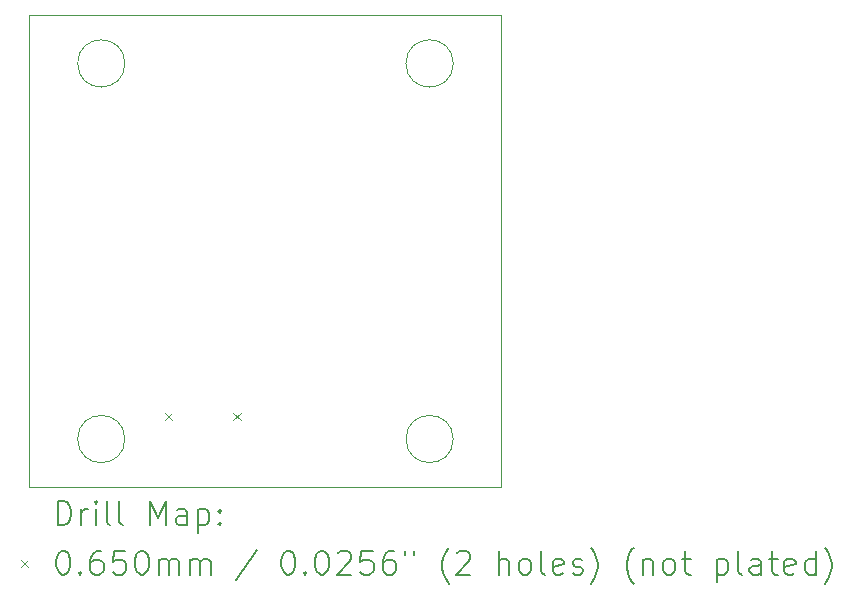
<source format=gbr>
%TF.GenerationSoftware,KiCad,Pcbnew,7.0.2*%
%TF.CreationDate,2023-07-30T21:57:49-04:00*%
%TF.ProjectId,OBC-Flight,4f42432d-466c-4696-9768-742e6b696361,rev?*%
%TF.SameCoordinates,Original*%
%TF.FileFunction,Drillmap*%
%TF.FilePolarity,Positive*%
%FSLAX45Y45*%
G04 Gerber Fmt 4.5, Leading zero omitted, Abs format (unit mm)*
G04 Created by KiCad (PCBNEW 7.0.2) date 2023-07-30 21:57:49*
%MOMM*%
%LPD*%
G01*
G04 APERTURE LIST*
%ADD10C,0.100000*%
%ADD11C,0.200000*%
%ADD12C,0.065000*%
G04 APERTURE END LIST*
D10*
X3630000Y-2740000D02*
G75*
G03*
X3630000Y-2740000I-200000J0D01*
G01*
X3630000Y-5920000D02*
G75*
G03*
X3630000Y-5920000I-200000J0D01*
G01*
X6410000Y-2740000D02*
G75*
G03*
X6410000Y-2740000I-200000J0D01*
G01*
X2818000Y-6330000D02*
X6818000Y-6330000D01*
X6410000Y-5920000D02*
G75*
G03*
X6410000Y-5920000I-200000J0D01*
G01*
X2818000Y-6330000D02*
X2818000Y-2330000D01*
X6818000Y-2330000D02*
X2818000Y-2330000D01*
X6818000Y-6330000D02*
X6818000Y-2330000D01*
D11*
D12*
X3966500Y-5696000D02*
X4031500Y-5761000D01*
X4031500Y-5696000D02*
X3966500Y-5761000D01*
X4544500Y-5696000D02*
X4609500Y-5761000D01*
X4609500Y-5696000D02*
X4544500Y-5761000D01*
D11*
X3060619Y-6647524D02*
X3060619Y-6447524D01*
X3060619Y-6447524D02*
X3108238Y-6447524D01*
X3108238Y-6447524D02*
X3136809Y-6457048D01*
X3136809Y-6457048D02*
X3155857Y-6476095D01*
X3155857Y-6476095D02*
X3165381Y-6495143D01*
X3165381Y-6495143D02*
X3174905Y-6533238D01*
X3174905Y-6533238D02*
X3174905Y-6561809D01*
X3174905Y-6561809D02*
X3165381Y-6599905D01*
X3165381Y-6599905D02*
X3155857Y-6618952D01*
X3155857Y-6618952D02*
X3136809Y-6638000D01*
X3136809Y-6638000D02*
X3108238Y-6647524D01*
X3108238Y-6647524D02*
X3060619Y-6647524D01*
X3260619Y-6647524D02*
X3260619Y-6514190D01*
X3260619Y-6552286D02*
X3270143Y-6533238D01*
X3270143Y-6533238D02*
X3279667Y-6523714D01*
X3279667Y-6523714D02*
X3298714Y-6514190D01*
X3298714Y-6514190D02*
X3317762Y-6514190D01*
X3384428Y-6647524D02*
X3384428Y-6514190D01*
X3384428Y-6447524D02*
X3374905Y-6457048D01*
X3374905Y-6457048D02*
X3384428Y-6466571D01*
X3384428Y-6466571D02*
X3393952Y-6457048D01*
X3393952Y-6457048D02*
X3384428Y-6447524D01*
X3384428Y-6447524D02*
X3384428Y-6466571D01*
X3508238Y-6647524D02*
X3489190Y-6638000D01*
X3489190Y-6638000D02*
X3479667Y-6618952D01*
X3479667Y-6618952D02*
X3479667Y-6447524D01*
X3613000Y-6647524D02*
X3593952Y-6638000D01*
X3593952Y-6638000D02*
X3584428Y-6618952D01*
X3584428Y-6618952D02*
X3584428Y-6447524D01*
X3841571Y-6647524D02*
X3841571Y-6447524D01*
X3841571Y-6447524D02*
X3908238Y-6590381D01*
X3908238Y-6590381D02*
X3974905Y-6447524D01*
X3974905Y-6447524D02*
X3974905Y-6647524D01*
X4155857Y-6647524D02*
X4155857Y-6542762D01*
X4155857Y-6542762D02*
X4146333Y-6523714D01*
X4146333Y-6523714D02*
X4127286Y-6514190D01*
X4127286Y-6514190D02*
X4089190Y-6514190D01*
X4089190Y-6514190D02*
X4070143Y-6523714D01*
X4155857Y-6638000D02*
X4136809Y-6647524D01*
X4136809Y-6647524D02*
X4089190Y-6647524D01*
X4089190Y-6647524D02*
X4070143Y-6638000D01*
X4070143Y-6638000D02*
X4060619Y-6618952D01*
X4060619Y-6618952D02*
X4060619Y-6599905D01*
X4060619Y-6599905D02*
X4070143Y-6580857D01*
X4070143Y-6580857D02*
X4089190Y-6571333D01*
X4089190Y-6571333D02*
X4136809Y-6571333D01*
X4136809Y-6571333D02*
X4155857Y-6561809D01*
X4251095Y-6514190D02*
X4251095Y-6714190D01*
X4251095Y-6523714D02*
X4270143Y-6514190D01*
X4270143Y-6514190D02*
X4308238Y-6514190D01*
X4308238Y-6514190D02*
X4327286Y-6523714D01*
X4327286Y-6523714D02*
X4336810Y-6533238D01*
X4336810Y-6533238D02*
X4346333Y-6552286D01*
X4346333Y-6552286D02*
X4346333Y-6609428D01*
X4346333Y-6609428D02*
X4336810Y-6628476D01*
X4336810Y-6628476D02*
X4327286Y-6638000D01*
X4327286Y-6638000D02*
X4308238Y-6647524D01*
X4308238Y-6647524D02*
X4270143Y-6647524D01*
X4270143Y-6647524D02*
X4251095Y-6638000D01*
X4432048Y-6628476D02*
X4441571Y-6638000D01*
X4441571Y-6638000D02*
X4432048Y-6647524D01*
X4432048Y-6647524D02*
X4422524Y-6638000D01*
X4422524Y-6638000D02*
X4432048Y-6628476D01*
X4432048Y-6628476D02*
X4432048Y-6647524D01*
X4432048Y-6523714D02*
X4441571Y-6533238D01*
X4441571Y-6533238D02*
X4432048Y-6542762D01*
X4432048Y-6542762D02*
X4422524Y-6533238D01*
X4422524Y-6533238D02*
X4432048Y-6523714D01*
X4432048Y-6523714D02*
X4432048Y-6542762D01*
D12*
X2748000Y-6942500D02*
X2813000Y-7007500D01*
X2813000Y-6942500D02*
X2748000Y-7007500D01*
D11*
X3098714Y-6867524D02*
X3117762Y-6867524D01*
X3117762Y-6867524D02*
X3136809Y-6877048D01*
X3136809Y-6877048D02*
X3146333Y-6886571D01*
X3146333Y-6886571D02*
X3155857Y-6905619D01*
X3155857Y-6905619D02*
X3165381Y-6943714D01*
X3165381Y-6943714D02*
X3165381Y-6991333D01*
X3165381Y-6991333D02*
X3155857Y-7029428D01*
X3155857Y-7029428D02*
X3146333Y-7048476D01*
X3146333Y-7048476D02*
X3136809Y-7058000D01*
X3136809Y-7058000D02*
X3117762Y-7067524D01*
X3117762Y-7067524D02*
X3098714Y-7067524D01*
X3098714Y-7067524D02*
X3079667Y-7058000D01*
X3079667Y-7058000D02*
X3070143Y-7048476D01*
X3070143Y-7048476D02*
X3060619Y-7029428D01*
X3060619Y-7029428D02*
X3051095Y-6991333D01*
X3051095Y-6991333D02*
X3051095Y-6943714D01*
X3051095Y-6943714D02*
X3060619Y-6905619D01*
X3060619Y-6905619D02*
X3070143Y-6886571D01*
X3070143Y-6886571D02*
X3079667Y-6877048D01*
X3079667Y-6877048D02*
X3098714Y-6867524D01*
X3251095Y-7048476D02*
X3260619Y-7058000D01*
X3260619Y-7058000D02*
X3251095Y-7067524D01*
X3251095Y-7067524D02*
X3241571Y-7058000D01*
X3241571Y-7058000D02*
X3251095Y-7048476D01*
X3251095Y-7048476D02*
X3251095Y-7067524D01*
X3432048Y-6867524D02*
X3393952Y-6867524D01*
X3393952Y-6867524D02*
X3374905Y-6877048D01*
X3374905Y-6877048D02*
X3365381Y-6886571D01*
X3365381Y-6886571D02*
X3346333Y-6915143D01*
X3346333Y-6915143D02*
X3336809Y-6953238D01*
X3336809Y-6953238D02*
X3336809Y-7029428D01*
X3336809Y-7029428D02*
X3346333Y-7048476D01*
X3346333Y-7048476D02*
X3355857Y-7058000D01*
X3355857Y-7058000D02*
X3374905Y-7067524D01*
X3374905Y-7067524D02*
X3413000Y-7067524D01*
X3413000Y-7067524D02*
X3432048Y-7058000D01*
X3432048Y-7058000D02*
X3441571Y-7048476D01*
X3441571Y-7048476D02*
X3451095Y-7029428D01*
X3451095Y-7029428D02*
X3451095Y-6981809D01*
X3451095Y-6981809D02*
X3441571Y-6962762D01*
X3441571Y-6962762D02*
X3432048Y-6953238D01*
X3432048Y-6953238D02*
X3413000Y-6943714D01*
X3413000Y-6943714D02*
X3374905Y-6943714D01*
X3374905Y-6943714D02*
X3355857Y-6953238D01*
X3355857Y-6953238D02*
X3346333Y-6962762D01*
X3346333Y-6962762D02*
X3336809Y-6981809D01*
X3632048Y-6867524D02*
X3536809Y-6867524D01*
X3536809Y-6867524D02*
X3527286Y-6962762D01*
X3527286Y-6962762D02*
X3536809Y-6953238D01*
X3536809Y-6953238D02*
X3555857Y-6943714D01*
X3555857Y-6943714D02*
X3603476Y-6943714D01*
X3603476Y-6943714D02*
X3622524Y-6953238D01*
X3622524Y-6953238D02*
X3632048Y-6962762D01*
X3632048Y-6962762D02*
X3641571Y-6981809D01*
X3641571Y-6981809D02*
X3641571Y-7029428D01*
X3641571Y-7029428D02*
X3632048Y-7048476D01*
X3632048Y-7048476D02*
X3622524Y-7058000D01*
X3622524Y-7058000D02*
X3603476Y-7067524D01*
X3603476Y-7067524D02*
X3555857Y-7067524D01*
X3555857Y-7067524D02*
X3536809Y-7058000D01*
X3536809Y-7058000D02*
X3527286Y-7048476D01*
X3765381Y-6867524D02*
X3784429Y-6867524D01*
X3784429Y-6867524D02*
X3803476Y-6877048D01*
X3803476Y-6877048D02*
X3813000Y-6886571D01*
X3813000Y-6886571D02*
X3822524Y-6905619D01*
X3822524Y-6905619D02*
X3832048Y-6943714D01*
X3832048Y-6943714D02*
X3832048Y-6991333D01*
X3832048Y-6991333D02*
X3822524Y-7029428D01*
X3822524Y-7029428D02*
X3813000Y-7048476D01*
X3813000Y-7048476D02*
X3803476Y-7058000D01*
X3803476Y-7058000D02*
X3784429Y-7067524D01*
X3784429Y-7067524D02*
X3765381Y-7067524D01*
X3765381Y-7067524D02*
X3746333Y-7058000D01*
X3746333Y-7058000D02*
X3736809Y-7048476D01*
X3736809Y-7048476D02*
X3727286Y-7029428D01*
X3727286Y-7029428D02*
X3717762Y-6991333D01*
X3717762Y-6991333D02*
X3717762Y-6943714D01*
X3717762Y-6943714D02*
X3727286Y-6905619D01*
X3727286Y-6905619D02*
X3736809Y-6886571D01*
X3736809Y-6886571D02*
X3746333Y-6877048D01*
X3746333Y-6877048D02*
X3765381Y-6867524D01*
X3917762Y-7067524D02*
X3917762Y-6934190D01*
X3917762Y-6953238D02*
X3927286Y-6943714D01*
X3927286Y-6943714D02*
X3946333Y-6934190D01*
X3946333Y-6934190D02*
X3974905Y-6934190D01*
X3974905Y-6934190D02*
X3993952Y-6943714D01*
X3993952Y-6943714D02*
X4003476Y-6962762D01*
X4003476Y-6962762D02*
X4003476Y-7067524D01*
X4003476Y-6962762D02*
X4013000Y-6943714D01*
X4013000Y-6943714D02*
X4032048Y-6934190D01*
X4032048Y-6934190D02*
X4060619Y-6934190D01*
X4060619Y-6934190D02*
X4079667Y-6943714D01*
X4079667Y-6943714D02*
X4089190Y-6962762D01*
X4089190Y-6962762D02*
X4089190Y-7067524D01*
X4184429Y-7067524D02*
X4184429Y-6934190D01*
X4184429Y-6953238D02*
X4193952Y-6943714D01*
X4193952Y-6943714D02*
X4213000Y-6934190D01*
X4213000Y-6934190D02*
X4241572Y-6934190D01*
X4241572Y-6934190D02*
X4260619Y-6943714D01*
X4260619Y-6943714D02*
X4270143Y-6962762D01*
X4270143Y-6962762D02*
X4270143Y-7067524D01*
X4270143Y-6962762D02*
X4279667Y-6943714D01*
X4279667Y-6943714D02*
X4298714Y-6934190D01*
X4298714Y-6934190D02*
X4327286Y-6934190D01*
X4327286Y-6934190D02*
X4346333Y-6943714D01*
X4346333Y-6943714D02*
X4355857Y-6962762D01*
X4355857Y-6962762D02*
X4355857Y-7067524D01*
X4746333Y-6858000D02*
X4574905Y-7115143D01*
X5003476Y-6867524D02*
X5022524Y-6867524D01*
X5022524Y-6867524D02*
X5041572Y-6877048D01*
X5041572Y-6877048D02*
X5051095Y-6886571D01*
X5051095Y-6886571D02*
X5060619Y-6905619D01*
X5060619Y-6905619D02*
X5070143Y-6943714D01*
X5070143Y-6943714D02*
X5070143Y-6991333D01*
X5070143Y-6991333D02*
X5060619Y-7029428D01*
X5060619Y-7029428D02*
X5051095Y-7048476D01*
X5051095Y-7048476D02*
X5041572Y-7058000D01*
X5041572Y-7058000D02*
X5022524Y-7067524D01*
X5022524Y-7067524D02*
X5003476Y-7067524D01*
X5003476Y-7067524D02*
X4984429Y-7058000D01*
X4984429Y-7058000D02*
X4974905Y-7048476D01*
X4974905Y-7048476D02*
X4965381Y-7029428D01*
X4965381Y-7029428D02*
X4955857Y-6991333D01*
X4955857Y-6991333D02*
X4955857Y-6943714D01*
X4955857Y-6943714D02*
X4965381Y-6905619D01*
X4965381Y-6905619D02*
X4974905Y-6886571D01*
X4974905Y-6886571D02*
X4984429Y-6877048D01*
X4984429Y-6877048D02*
X5003476Y-6867524D01*
X5155857Y-7048476D02*
X5165381Y-7058000D01*
X5165381Y-7058000D02*
X5155857Y-7067524D01*
X5155857Y-7067524D02*
X5146334Y-7058000D01*
X5146334Y-7058000D02*
X5155857Y-7048476D01*
X5155857Y-7048476D02*
X5155857Y-7067524D01*
X5289191Y-6867524D02*
X5308238Y-6867524D01*
X5308238Y-6867524D02*
X5327286Y-6877048D01*
X5327286Y-6877048D02*
X5336810Y-6886571D01*
X5336810Y-6886571D02*
X5346334Y-6905619D01*
X5346334Y-6905619D02*
X5355857Y-6943714D01*
X5355857Y-6943714D02*
X5355857Y-6991333D01*
X5355857Y-6991333D02*
X5346334Y-7029428D01*
X5346334Y-7029428D02*
X5336810Y-7048476D01*
X5336810Y-7048476D02*
X5327286Y-7058000D01*
X5327286Y-7058000D02*
X5308238Y-7067524D01*
X5308238Y-7067524D02*
X5289191Y-7067524D01*
X5289191Y-7067524D02*
X5270143Y-7058000D01*
X5270143Y-7058000D02*
X5260619Y-7048476D01*
X5260619Y-7048476D02*
X5251095Y-7029428D01*
X5251095Y-7029428D02*
X5241572Y-6991333D01*
X5241572Y-6991333D02*
X5241572Y-6943714D01*
X5241572Y-6943714D02*
X5251095Y-6905619D01*
X5251095Y-6905619D02*
X5260619Y-6886571D01*
X5260619Y-6886571D02*
X5270143Y-6877048D01*
X5270143Y-6877048D02*
X5289191Y-6867524D01*
X5432048Y-6886571D02*
X5441572Y-6877048D01*
X5441572Y-6877048D02*
X5460619Y-6867524D01*
X5460619Y-6867524D02*
X5508238Y-6867524D01*
X5508238Y-6867524D02*
X5527286Y-6877048D01*
X5527286Y-6877048D02*
X5536810Y-6886571D01*
X5536810Y-6886571D02*
X5546334Y-6905619D01*
X5546334Y-6905619D02*
X5546334Y-6924667D01*
X5546334Y-6924667D02*
X5536810Y-6953238D01*
X5536810Y-6953238D02*
X5422524Y-7067524D01*
X5422524Y-7067524D02*
X5546334Y-7067524D01*
X5727286Y-6867524D02*
X5632048Y-6867524D01*
X5632048Y-6867524D02*
X5622524Y-6962762D01*
X5622524Y-6962762D02*
X5632048Y-6953238D01*
X5632048Y-6953238D02*
X5651095Y-6943714D01*
X5651095Y-6943714D02*
X5698714Y-6943714D01*
X5698714Y-6943714D02*
X5717762Y-6953238D01*
X5717762Y-6953238D02*
X5727286Y-6962762D01*
X5727286Y-6962762D02*
X5736810Y-6981809D01*
X5736810Y-6981809D02*
X5736810Y-7029428D01*
X5736810Y-7029428D02*
X5727286Y-7048476D01*
X5727286Y-7048476D02*
X5717762Y-7058000D01*
X5717762Y-7058000D02*
X5698714Y-7067524D01*
X5698714Y-7067524D02*
X5651095Y-7067524D01*
X5651095Y-7067524D02*
X5632048Y-7058000D01*
X5632048Y-7058000D02*
X5622524Y-7048476D01*
X5908238Y-6867524D02*
X5870143Y-6867524D01*
X5870143Y-6867524D02*
X5851095Y-6877048D01*
X5851095Y-6877048D02*
X5841572Y-6886571D01*
X5841572Y-6886571D02*
X5822524Y-6915143D01*
X5822524Y-6915143D02*
X5813000Y-6953238D01*
X5813000Y-6953238D02*
X5813000Y-7029428D01*
X5813000Y-7029428D02*
X5822524Y-7048476D01*
X5822524Y-7048476D02*
X5832048Y-7058000D01*
X5832048Y-7058000D02*
X5851095Y-7067524D01*
X5851095Y-7067524D02*
X5889191Y-7067524D01*
X5889191Y-7067524D02*
X5908238Y-7058000D01*
X5908238Y-7058000D02*
X5917762Y-7048476D01*
X5917762Y-7048476D02*
X5927286Y-7029428D01*
X5927286Y-7029428D02*
X5927286Y-6981809D01*
X5927286Y-6981809D02*
X5917762Y-6962762D01*
X5917762Y-6962762D02*
X5908238Y-6953238D01*
X5908238Y-6953238D02*
X5889191Y-6943714D01*
X5889191Y-6943714D02*
X5851095Y-6943714D01*
X5851095Y-6943714D02*
X5832048Y-6953238D01*
X5832048Y-6953238D02*
X5822524Y-6962762D01*
X5822524Y-6962762D02*
X5813000Y-6981809D01*
X6003476Y-6867524D02*
X6003476Y-6905619D01*
X6079667Y-6867524D02*
X6079667Y-6905619D01*
X6374905Y-7143714D02*
X6365381Y-7134190D01*
X6365381Y-7134190D02*
X6346334Y-7105619D01*
X6346334Y-7105619D02*
X6336810Y-7086571D01*
X6336810Y-7086571D02*
X6327286Y-7058000D01*
X6327286Y-7058000D02*
X6317762Y-7010381D01*
X6317762Y-7010381D02*
X6317762Y-6972286D01*
X6317762Y-6972286D02*
X6327286Y-6924667D01*
X6327286Y-6924667D02*
X6336810Y-6896095D01*
X6336810Y-6896095D02*
X6346334Y-6877048D01*
X6346334Y-6877048D02*
X6365381Y-6848476D01*
X6365381Y-6848476D02*
X6374905Y-6838952D01*
X6441572Y-6886571D02*
X6451095Y-6877048D01*
X6451095Y-6877048D02*
X6470143Y-6867524D01*
X6470143Y-6867524D02*
X6517762Y-6867524D01*
X6517762Y-6867524D02*
X6536810Y-6877048D01*
X6536810Y-6877048D02*
X6546334Y-6886571D01*
X6546334Y-6886571D02*
X6555857Y-6905619D01*
X6555857Y-6905619D02*
X6555857Y-6924667D01*
X6555857Y-6924667D02*
X6546334Y-6953238D01*
X6546334Y-6953238D02*
X6432048Y-7067524D01*
X6432048Y-7067524D02*
X6555857Y-7067524D01*
X6793953Y-7067524D02*
X6793953Y-6867524D01*
X6879667Y-7067524D02*
X6879667Y-6962762D01*
X6879667Y-6962762D02*
X6870143Y-6943714D01*
X6870143Y-6943714D02*
X6851096Y-6934190D01*
X6851096Y-6934190D02*
X6822524Y-6934190D01*
X6822524Y-6934190D02*
X6803476Y-6943714D01*
X6803476Y-6943714D02*
X6793953Y-6953238D01*
X7003476Y-7067524D02*
X6984429Y-7058000D01*
X6984429Y-7058000D02*
X6974905Y-7048476D01*
X6974905Y-7048476D02*
X6965381Y-7029428D01*
X6965381Y-7029428D02*
X6965381Y-6972286D01*
X6965381Y-6972286D02*
X6974905Y-6953238D01*
X6974905Y-6953238D02*
X6984429Y-6943714D01*
X6984429Y-6943714D02*
X7003476Y-6934190D01*
X7003476Y-6934190D02*
X7032048Y-6934190D01*
X7032048Y-6934190D02*
X7051096Y-6943714D01*
X7051096Y-6943714D02*
X7060619Y-6953238D01*
X7060619Y-6953238D02*
X7070143Y-6972286D01*
X7070143Y-6972286D02*
X7070143Y-7029428D01*
X7070143Y-7029428D02*
X7060619Y-7048476D01*
X7060619Y-7048476D02*
X7051096Y-7058000D01*
X7051096Y-7058000D02*
X7032048Y-7067524D01*
X7032048Y-7067524D02*
X7003476Y-7067524D01*
X7184429Y-7067524D02*
X7165381Y-7058000D01*
X7165381Y-7058000D02*
X7155857Y-7038952D01*
X7155857Y-7038952D02*
X7155857Y-6867524D01*
X7336810Y-7058000D02*
X7317762Y-7067524D01*
X7317762Y-7067524D02*
X7279667Y-7067524D01*
X7279667Y-7067524D02*
X7260619Y-7058000D01*
X7260619Y-7058000D02*
X7251096Y-7038952D01*
X7251096Y-7038952D02*
X7251096Y-6962762D01*
X7251096Y-6962762D02*
X7260619Y-6943714D01*
X7260619Y-6943714D02*
X7279667Y-6934190D01*
X7279667Y-6934190D02*
X7317762Y-6934190D01*
X7317762Y-6934190D02*
X7336810Y-6943714D01*
X7336810Y-6943714D02*
X7346334Y-6962762D01*
X7346334Y-6962762D02*
X7346334Y-6981809D01*
X7346334Y-6981809D02*
X7251096Y-7000857D01*
X7422524Y-7058000D02*
X7441572Y-7067524D01*
X7441572Y-7067524D02*
X7479667Y-7067524D01*
X7479667Y-7067524D02*
X7498715Y-7058000D01*
X7498715Y-7058000D02*
X7508238Y-7038952D01*
X7508238Y-7038952D02*
X7508238Y-7029428D01*
X7508238Y-7029428D02*
X7498715Y-7010381D01*
X7498715Y-7010381D02*
X7479667Y-7000857D01*
X7479667Y-7000857D02*
X7451096Y-7000857D01*
X7451096Y-7000857D02*
X7432048Y-6991333D01*
X7432048Y-6991333D02*
X7422524Y-6972286D01*
X7422524Y-6972286D02*
X7422524Y-6962762D01*
X7422524Y-6962762D02*
X7432048Y-6943714D01*
X7432048Y-6943714D02*
X7451096Y-6934190D01*
X7451096Y-6934190D02*
X7479667Y-6934190D01*
X7479667Y-6934190D02*
X7498715Y-6943714D01*
X7574905Y-7143714D02*
X7584429Y-7134190D01*
X7584429Y-7134190D02*
X7603477Y-7105619D01*
X7603477Y-7105619D02*
X7613000Y-7086571D01*
X7613000Y-7086571D02*
X7622524Y-7058000D01*
X7622524Y-7058000D02*
X7632048Y-7010381D01*
X7632048Y-7010381D02*
X7632048Y-6972286D01*
X7632048Y-6972286D02*
X7622524Y-6924667D01*
X7622524Y-6924667D02*
X7613000Y-6896095D01*
X7613000Y-6896095D02*
X7603477Y-6877048D01*
X7603477Y-6877048D02*
X7584429Y-6848476D01*
X7584429Y-6848476D02*
X7574905Y-6838952D01*
X7936810Y-7143714D02*
X7927286Y-7134190D01*
X7927286Y-7134190D02*
X7908238Y-7105619D01*
X7908238Y-7105619D02*
X7898715Y-7086571D01*
X7898715Y-7086571D02*
X7889191Y-7058000D01*
X7889191Y-7058000D02*
X7879667Y-7010381D01*
X7879667Y-7010381D02*
X7879667Y-6972286D01*
X7879667Y-6972286D02*
X7889191Y-6924667D01*
X7889191Y-6924667D02*
X7898715Y-6896095D01*
X7898715Y-6896095D02*
X7908238Y-6877048D01*
X7908238Y-6877048D02*
X7927286Y-6848476D01*
X7927286Y-6848476D02*
X7936810Y-6838952D01*
X8013000Y-6934190D02*
X8013000Y-7067524D01*
X8013000Y-6953238D02*
X8022524Y-6943714D01*
X8022524Y-6943714D02*
X8041572Y-6934190D01*
X8041572Y-6934190D02*
X8070143Y-6934190D01*
X8070143Y-6934190D02*
X8089191Y-6943714D01*
X8089191Y-6943714D02*
X8098715Y-6962762D01*
X8098715Y-6962762D02*
X8098715Y-7067524D01*
X8222524Y-7067524D02*
X8203477Y-7058000D01*
X8203477Y-7058000D02*
X8193953Y-7048476D01*
X8193953Y-7048476D02*
X8184429Y-7029428D01*
X8184429Y-7029428D02*
X8184429Y-6972286D01*
X8184429Y-6972286D02*
X8193953Y-6953238D01*
X8193953Y-6953238D02*
X8203477Y-6943714D01*
X8203477Y-6943714D02*
X8222524Y-6934190D01*
X8222524Y-6934190D02*
X8251096Y-6934190D01*
X8251096Y-6934190D02*
X8270143Y-6943714D01*
X8270143Y-6943714D02*
X8279667Y-6953238D01*
X8279667Y-6953238D02*
X8289191Y-6972286D01*
X8289191Y-6972286D02*
X8289191Y-7029428D01*
X8289191Y-7029428D02*
X8279667Y-7048476D01*
X8279667Y-7048476D02*
X8270143Y-7058000D01*
X8270143Y-7058000D02*
X8251096Y-7067524D01*
X8251096Y-7067524D02*
X8222524Y-7067524D01*
X8346334Y-6934190D02*
X8422524Y-6934190D01*
X8374905Y-6867524D02*
X8374905Y-7038952D01*
X8374905Y-7038952D02*
X8384429Y-7058000D01*
X8384429Y-7058000D02*
X8403477Y-7067524D01*
X8403477Y-7067524D02*
X8422524Y-7067524D01*
X8641572Y-6934190D02*
X8641572Y-7134190D01*
X8641572Y-6943714D02*
X8660620Y-6934190D01*
X8660620Y-6934190D02*
X8698715Y-6934190D01*
X8698715Y-6934190D02*
X8717762Y-6943714D01*
X8717762Y-6943714D02*
X8727286Y-6953238D01*
X8727286Y-6953238D02*
X8736810Y-6972286D01*
X8736810Y-6972286D02*
X8736810Y-7029428D01*
X8736810Y-7029428D02*
X8727286Y-7048476D01*
X8727286Y-7048476D02*
X8717762Y-7058000D01*
X8717762Y-7058000D02*
X8698715Y-7067524D01*
X8698715Y-7067524D02*
X8660620Y-7067524D01*
X8660620Y-7067524D02*
X8641572Y-7058000D01*
X8851096Y-7067524D02*
X8832048Y-7058000D01*
X8832048Y-7058000D02*
X8822524Y-7038952D01*
X8822524Y-7038952D02*
X8822524Y-6867524D01*
X9013001Y-7067524D02*
X9013001Y-6962762D01*
X9013001Y-6962762D02*
X9003477Y-6943714D01*
X9003477Y-6943714D02*
X8984429Y-6934190D01*
X8984429Y-6934190D02*
X8946334Y-6934190D01*
X8946334Y-6934190D02*
X8927286Y-6943714D01*
X9013001Y-7058000D02*
X8993953Y-7067524D01*
X8993953Y-7067524D02*
X8946334Y-7067524D01*
X8946334Y-7067524D02*
X8927286Y-7058000D01*
X8927286Y-7058000D02*
X8917762Y-7038952D01*
X8917762Y-7038952D02*
X8917762Y-7019905D01*
X8917762Y-7019905D02*
X8927286Y-7000857D01*
X8927286Y-7000857D02*
X8946334Y-6991333D01*
X8946334Y-6991333D02*
X8993953Y-6991333D01*
X8993953Y-6991333D02*
X9013001Y-6981809D01*
X9079667Y-6934190D02*
X9155858Y-6934190D01*
X9108239Y-6867524D02*
X9108239Y-7038952D01*
X9108239Y-7038952D02*
X9117762Y-7058000D01*
X9117762Y-7058000D02*
X9136810Y-7067524D01*
X9136810Y-7067524D02*
X9155858Y-7067524D01*
X9298715Y-7058000D02*
X9279667Y-7067524D01*
X9279667Y-7067524D02*
X9241572Y-7067524D01*
X9241572Y-7067524D02*
X9222524Y-7058000D01*
X9222524Y-7058000D02*
X9213001Y-7038952D01*
X9213001Y-7038952D02*
X9213001Y-6962762D01*
X9213001Y-6962762D02*
X9222524Y-6943714D01*
X9222524Y-6943714D02*
X9241572Y-6934190D01*
X9241572Y-6934190D02*
X9279667Y-6934190D01*
X9279667Y-6934190D02*
X9298715Y-6943714D01*
X9298715Y-6943714D02*
X9308239Y-6962762D01*
X9308239Y-6962762D02*
X9308239Y-6981809D01*
X9308239Y-6981809D02*
X9213001Y-7000857D01*
X9479667Y-7067524D02*
X9479667Y-6867524D01*
X9479667Y-7058000D02*
X9460620Y-7067524D01*
X9460620Y-7067524D02*
X9422524Y-7067524D01*
X9422524Y-7067524D02*
X9403477Y-7058000D01*
X9403477Y-7058000D02*
X9393953Y-7048476D01*
X9393953Y-7048476D02*
X9384429Y-7029428D01*
X9384429Y-7029428D02*
X9384429Y-6972286D01*
X9384429Y-6972286D02*
X9393953Y-6953238D01*
X9393953Y-6953238D02*
X9403477Y-6943714D01*
X9403477Y-6943714D02*
X9422524Y-6934190D01*
X9422524Y-6934190D02*
X9460620Y-6934190D01*
X9460620Y-6934190D02*
X9479667Y-6943714D01*
X9555858Y-7143714D02*
X9565382Y-7134190D01*
X9565382Y-7134190D02*
X9584429Y-7105619D01*
X9584429Y-7105619D02*
X9593953Y-7086571D01*
X9593953Y-7086571D02*
X9603477Y-7058000D01*
X9603477Y-7058000D02*
X9613001Y-7010381D01*
X9613001Y-7010381D02*
X9613001Y-6972286D01*
X9613001Y-6972286D02*
X9603477Y-6924667D01*
X9603477Y-6924667D02*
X9593953Y-6896095D01*
X9593953Y-6896095D02*
X9584429Y-6877048D01*
X9584429Y-6877048D02*
X9565382Y-6848476D01*
X9565382Y-6848476D02*
X9555858Y-6838952D01*
M02*

</source>
